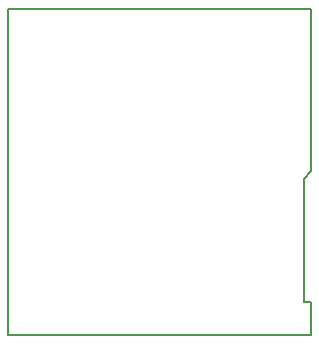
<source format=gm1>
G04 #@! TF.FileFunction,Profile,NP*
%FSLAX46Y46*%
G04 Gerber Fmt 4.6, Leading zero omitted, Abs format (unit mm)*
G04 Created by KiCad (PCBNEW 4.0.7-e2-6376~58~ubuntu16.04.1) date Wed Jan 31 13:52:23 2018*
%MOMM*%
%LPD*%
G01*
G04 APERTURE LIST*
%ADD10C,0.100000*%
%ADD11C,0.150000*%
G04 APERTURE END LIST*
D10*
D11*
X96600000Y-58790200D02*
X96600000Y-86400000D01*
X122203200Y-58790200D02*
X96600000Y-58790200D01*
X122203200Y-72506200D02*
X122203200Y-58790200D01*
X121593600Y-73192000D02*
X122203200Y-72506200D01*
X121593600Y-83606000D02*
X121593600Y-73192000D01*
X122203200Y-83606000D02*
X121593600Y-83606000D01*
X122203200Y-86400000D02*
X122203200Y-83606000D01*
X96600000Y-86400000D02*
X122203200Y-86400000D01*
M02*

</source>
